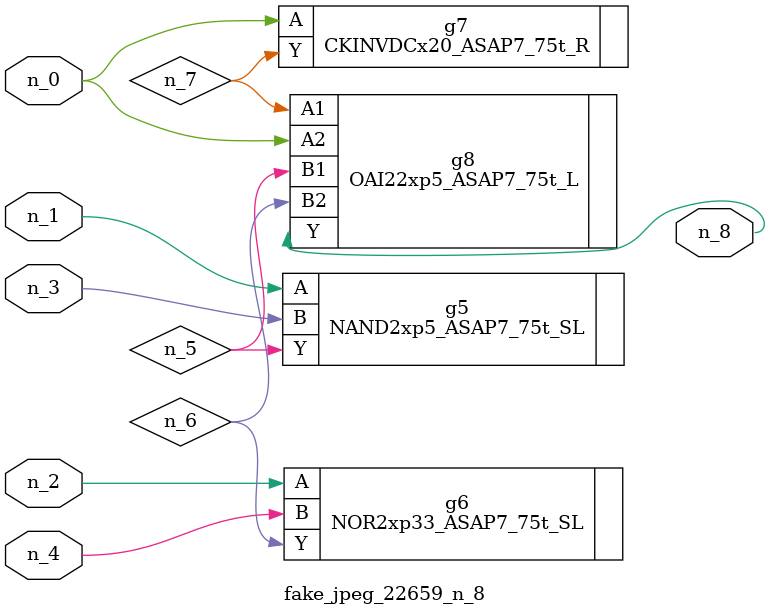
<source format=v>
module fake_jpeg_22659_n_8 (n_3, n_2, n_1, n_0, n_4, n_8);

input n_3;
input n_2;
input n_1;
input n_0;
input n_4;

output n_8;

wire n_6;
wire n_5;
wire n_7;

NAND2xp5_ASAP7_75t_SL g5 ( 
.A(n_1),
.B(n_3),
.Y(n_5)
);

NOR2xp33_ASAP7_75t_SL g6 ( 
.A(n_2),
.B(n_4),
.Y(n_6)
);

CKINVDCx20_ASAP7_75t_R g7 ( 
.A(n_0),
.Y(n_7)
);

OAI22xp5_ASAP7_75t_L g8 ( 
.A1(n_7),
.A2(n_0),
.B1(n_5),
.B2(n_6),
.Y(n_8)
);


endmodule
</source>
